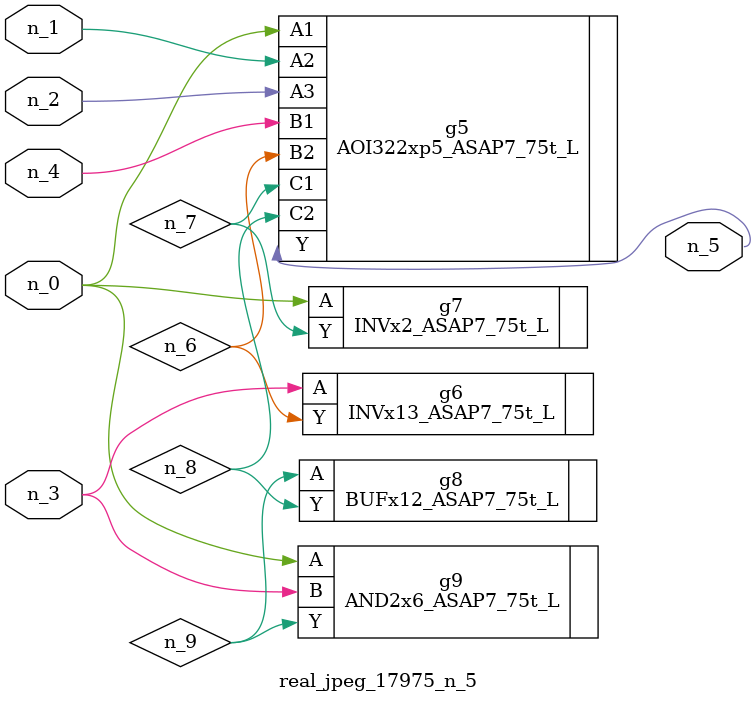
<source format=v>
module real_jpeg_17975_n_5 (n_4, n_0, n_1, n_2, n_3, n_5);

input n_4;
input n_0;
input n_1;
input n_2;
input n_3;

output n_5;

wire n_8;
wire n_6;
wire n_7;
wire n_9;

AOI322xp5_ASAP7_75t_L g5 ( 
.A1(n_0),
.A2(n_1),
.A3(n_2),
.B1(n_4),
.B2(n_6),
.C1(n_7),
.C2(n_8),
.Y(n_5)
);

INVx2_ASAP7_75t_L g7 ( 
.A(n_0),
.Y(n_7)
);

AND2x6_ASAP7_75t_L g9 ( 
.A(n_0),
.B(n_3),
.Y(n_9)
);

INVx13_ASAP7_75t_L g6 ( 
.A(n_3),
.Y(n_6)
);

BUFx12_ASAP7_75t_L g8 ( 
.A(n_9),
.Y(n_8)
);


endmodule
</source>
